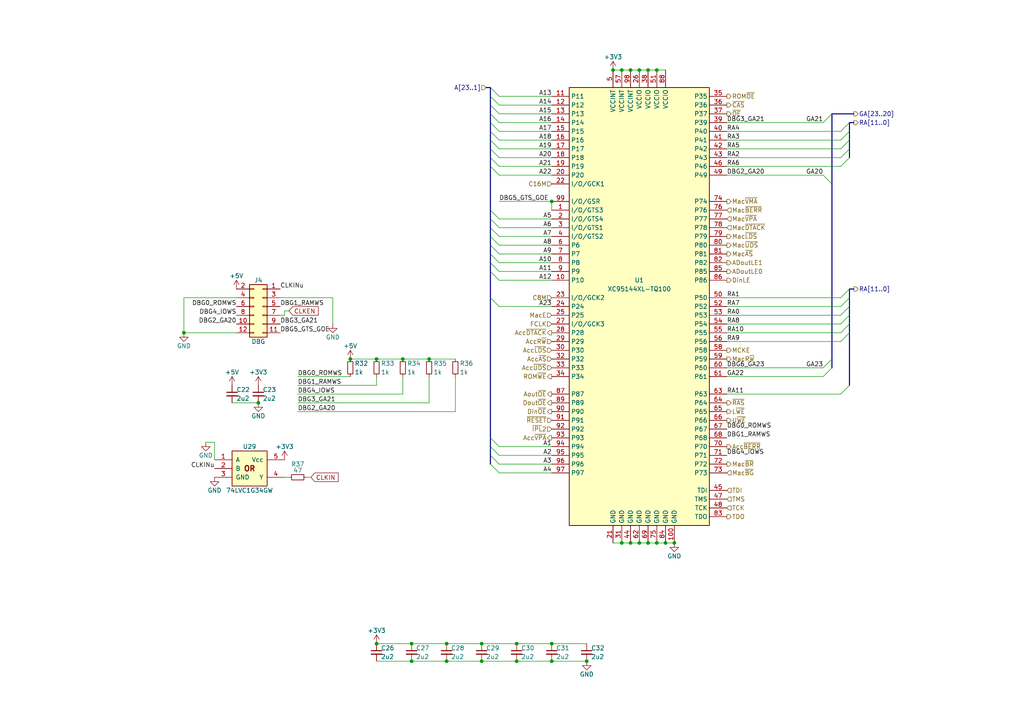
<source format=kicad_sch>
(kicad_sch (version 20231120) (generator "eeschema") (generator_version "8.0")
  (paper "A4")
  (title_block (title "WarpSE (GW4410A)") (date "2024-04-23") (rev "1.0") (company "Garrett's Workshop"))
  (lib_symbols
    (symbol "CPLD_Xilinx:XC95144XL-TQ100"
      (property "Reference" "U" (at -20.32 64.77 0))
      (property "Value" "XC95144XL-TQ100" (at -20.32 -64.77 0))
      (symbol "XC95144XL-TQ100_1_1"
        (rectangle (start -20.32 63.5) (end 20.32 -63.5) (stroke (width 0.254)) (fill (type background)))
        (pin bidirectional line (at -25.4 27.94 0) (length 5.08) (name "I/O/GTS3") (number "1"))
        (pin bidirectional line (at -25.4 7.62 0) (length 5.08) (name "P10") (number "10"))
        (pin power_in line (at 10.16 -68.58 90) (length 5.08) (name "GND") (number "100"))
        (pin bidirectional line (at -25.4 60.96 0) (length 5.08) (name "P11") (number "11"))
        (pin bidirectional line (at -25.4 58.42 0) (length 5.08) (name "P12") (number "12"))
        (pin bidirectional line (at -25.4 55.88 0) (length 5.08) (name "P13") (number "13"))
        (pin bidirectional line (at -25.4 53.34 0) (length 5.08) (name "P14") (number "14"))
        (pin bidirectional line (at -25.4 50.8 0) (length 5.08) (name "P15") (number "15"))
        (pin bidirectional line (at -25.4 48.26 0) (length 5.08) (name "P16") (number "16"))
        (pin bidirectional line (at -25.4 45.72 0) (length 5.08) (name "P17") (number "17"))
        (pin bidirectional line (at -25.4 43.18 0) (length 5.08) (name "P18") (number "18"))
        (pin bidirectional line (at -25.4 40.64 0) (length 5.08) (name "P19") (number "19"))
        (pin bidirectional line (at -25.4 25.4 0) (length 5.08) (name "I/O/GTS4") (number "2"))
        (pin bidirectional line (at -25.4 38.1 0) (length 5.08) (name "P20") (number "20"))
        (pin power_in line (at -7.62 -68.58 90) (length 5.08) (name "GND") (number "21"))
        (pin bidirectional line (at -25.4 35.56 0) (length 5.08) (name "I/O/GCK1") (number "22"))
        (pin bidirectional line (at -25.4 2.54 0) (length 5.08) (name "I/O/GCK2") (number "23"))
        (pin bidirectional line (at -25.4 0 0) (length 5.08) (name "P24") (number "24"))
        (pin bidirectional line (at -25.4 -2.54 0) (length 5.08) (name "P25") (number "25"))
        (pin power_in line (at 0 68.58 270) (length 5.08) (name "VCCIO") (number "26"))
        (pin bidirectional line (at -25.4 -5.08 0) (length 5.08) (name "I/O/GCK3") (number "27"))
        (pin bidirectional line (at -25.4 -7.62 0) (length 5.08) (name "P28") (number "28"))
        (pin bidirectional line (at -25.4 -10.16 0) (length 5.08) (name "P29") (number "29"))
        (pin bidirectional line (at -25.4 22.86 0) (length 5.08) (name "I/O/GTS1") (number "3"))
        (pin bidirectional line (at -25.4 -12.7 0) (length 5.08) (name "P30") (number "30"))
        (pin power_in line (at -5.08 -68.58 90) (length 5.08) (name "GND") (number "31"))
        (pin bidirectional line (at -25.4 -15.24 0) (length 5.08) (name "P32") (number "32"))
        (pin bidirectional line (at -25.4 -17.78 0) (length 5.08) (name "P33") (number "33"))
        (pin bidirectional line (at -25.4 -20.32 0) (length 5.08) (name "P34") (number "34"))
        (pin bidirectional line (at 25.4 60.96 180) (length 5.08) (name "P35") (number "35"))
        (pin bidirectional line (at 25.4 58.42 180) (length 5.08) (name "P36") (number "36"))
        (pin bidirectional line (at 25.4 55.88 180) (length 5.08) (name "P37") (number "37"))
        (pin power_in line (at 2.54 68.58 270) (length 5.08) (name "VCCIO") (number "38"))
        (pin bidirectional line (at 25.4 53.34 180) (length 5.08) (name "P39") (number "39"))
        (pin bidirectional line (at -25.4 20.32 0) (length 5.08) (name "I/O/GTS2") (number "4"))
        (pin bidirectional line (at 25.4 50.8 180) (length 5.08) (name "P40") (number "40"))
        (pin bidirectional line (at 25.4 48.26 180) (length 5.08) (name "P41") (number "41"))
        (pin bidirectional line (at 25.4 45.72 180) (length 5.08) (name "P42") (number "42"))
        (pin bidirectional line (at 25.4 43.18 180) (length 5.08) (name "P43") (number "43"))
        (pin power_in line (at -2.54 -68.58 90) (length 5.08) (name "GND") (number "44"))
        (pin input line (at 25.4 -53.34 180) (length 5.08) (name "TDI") (number "45"))
        (pin bidirectional line (at 25.4 40.64 180) (length 5.08) (name "P46") (number "46"))
        (pin input line (at 25.4 -55.88 180) (length 5.08) (name "TMS") (number "47"))
        (pin input line (at 25.4 -58.42 180) (length 5.08) (name "TCK") (number "48"))
        (pin bidirectional line (at 25.4 38.1 180) (length 5.08) (name "P49") (number "49"))
        (pin power_in line (at -7.62 68.58 270) (length 5.08) (name "VCCINT") (number "5"))
        (pin bidirectional line (at 25.4 2.54 180) (length 5.08) (name "P50") (number "50"))
        (pin power_in line (at 5.08 68.58 270) (length 5.08) (name "VCCIO") (number "51"))
        (pin bidirectional line (at 25.4 0 180) (length 5.08) (name "P52") (number "52"))
        (pin bidirectional line (at 25.4 -2.54 180) (length 5.08) (name "P53") (number "53"))
        (pin bidirectional line (at 25.4 -5.08 180) (length 5.08) (name "P54") (number "54"))
        (pin bidirectional line (at 25.4 -7.62 180) (length 5.08) (name "P55") (number "55"))
        (pin bidirectional line (at 25.4 -10.16 180) (length 5.08) (name "P56") (number "56"))
        (pin power_in line (at -5.08 68.58 270) (length 5.08) (name "VCCINT") (number "57"))
        (pin bidirectional line (at 25.4 -12.7 180) (length 5.08) (name "P58") (number "58"))
        (pin bidirectional line (at 25.4 -15.24 180) (length 5.08) (name "P59") (number "59"))
        (pin bidirectional line (at -25.4 17.78 0) (length 5.08) (name "P6") (number "6"))
        (pin bidirectional line (at 25.4 -17.78 180) (length 5.08) (name "P60") (number "60"))
        (pin bidirectional line (at 25.4 -20.32 180) (length 5.08) (name "P61") (number "61"))
        (pin power_in line (at 0 -68.58 90) (length 5.08) (name "GND") (number "62"))
        (pin bidirectional line (at 25.4 -25.4 180) (length 5.08) (name "P63") (number "63"))
        (pin bidirectional line (at 25.4 -27.94 180) (length 5.08) (name "P64") (number "64"))
        (pin bidirectional line (at 25.4 -30.48 180) (length 5.08) (name "P65") (number "65"))
        (pin bidirectional line (at 25.4 -33.02 180) (length 5.08) (name "P66") (number "66"))
        (pin bidirectional line (at 25.4 -35.56 180) (length 5.08) (name "P67") (number "67"))
        (pin bidirectional line (at 25.4 -38.1 180) (length 5.08) (name "P68") (number "68"))
        (pin power_in line (at 2.54 -68.58 90) (length 5.08) (name "GND") (number "69"))
        (pin bidirectional line (at -25.4 15.24 0) (length 5.08) (name "P7") (number "7"))
        (pin bidirectional line (at 25.4 -40.64 180) (length 5.08) (name "P70") (number "70"))
        (pin bidirectional line (at 25.4 -43.18 180) (length 5.08) (name "P71") (number "71"))
        (pin bidirectional line (at 25.4 -45.72 180) (length 5.08) (name "P72") (number "72"))
        (pin bidirectional line (at 25.4 -48.26 180) (length 5.08) (name "P73") (number "73"))
        (pin bidirectional line (at 25.4 30.48 180) (length 5.08) (name "P74") (number "74"))
        (pin power_in line (at 5.08 -68.58 90) (length 5.08) (name "GND") (number "75"))
        (pin bidirectional line (at 25.4 27.94 180) (length 5.08) (name "P76") (number "76"))
        (pin bidirectional line (at 25.4 25.4 180) (length 5.08) (name "P77") (number "77"))
        (pin bidirectional line (at 25.4 22.86 180) (length 5.08) (name "P78") (number "78"))
        (pin bidirectional line (at 25.4 20.32 180) (length 5.08) (name "P79") (number "79"))
        (pin bidirectional line (at -25.4 12.7 0) (length 5.08) (name "P8") (number "8"))
        (pin bidirectional line (at 25.4 17.78 180) (length 5.08) (name "P80") (number "80"))
        (pin bidirectional line (at 25.4 15.24 180) (length 5.08) (name "P81") (number "81"))
        (pin bidirectional line (at 25.4 12.7 180) (length 5.08) (name "P82") (number "82"))
        (pin output line (at 25.4 -60.96 180) (length 5.08) (name "TDO") (number "83"))
        (pin power_in line (at 7.62 -68.58 90) (length 5.08) (name "GND") (number "84"))
        (pin bidirectional line (at 25.4 10.16 180) (length 5.08) (name "P85") (number "85"))
        (pin bidirectional line (at 25.4 7.62 180) (length 5.08) (name "P86") (number "86"))
        (pin bidirectional line (at -25.4 -25.4 0) (length 5.08) (name "P87") (number "87"))
        (pin power_in line (at 7.62 68.58 270) (length 5.08) (name "VCCIO") (number "88"))
        (pin bidirectional line (at -25.4 -27.94 0) (length 5.08) (name "P89") (number "89"))
        (pin bidirectional line (at -25.4 10.16 0) (length 5.08) (name "P9") (number "9"))
        (pin bidirectional line (at -25.4 -30.48 0) (length 5.08) (name "P90") (number "90"))
        (pin bidirectional line (at -25.4 -33.02 0) (length 5.08) (name "P91") (number "91"))
        (pin bidirectional line (at -25.4 -35.56 0) (length 5.08) (name "P92") (number "92"))
        (pin bidirectional line (at -25.4 -38.1 0) (length 5.08) (name "P93") (number "93"))
        (pin bidirectional line (at -25.4 -40.64 0) (length 5.08) (name "P94") (number "94"))
        (pin bidirectional line (at -25.4 -43.18 0) (length 5.08) (name "P95") (number "95"))
        (pin bidirectional line (at -25.4 -45.72 0) (length 5.08) (name "P96") (number "96"))
        (pin bidirectional line (at -25.4 -48.26 0) (length 5.08) (name "P97") (number "97"))
        (pin power_in line (at -2.54 68.58 270) (length 5.08) (name "VCCINT") (number "98"))
        (pin bidirectional line (at -25.4 30.48 0) (length 5.08) (name "I/O/GSR") (number "99"))
      )
    )
    (symbol "Connector_Generic:Conn_02x06_Odd_Even" (pin_names (offset 1.016) hide)
      (property "Reference" "J" (at 1.27 7.62 0))
      (property "Value" "Conn_02x06_Odd_Even" (at 1.27 -10.16 0))
      (symbol "Conn_02x06_Odd_Even_1_1"
        (rectangle (start -1.27 -7.493) (end 0 -7.747) (stroke (width 0.1524)))
        (rectangle (start -1.27 -4.953) (end 0 -5.207) (stroke (width 0.1524)))
        (rectangle (start -1.27 -2.413) (end 0 -2.667) (stroke (width 0.1524)))
        (rectangle (start -1.27 0.127) (end 0 -0.127) (stroke (width 0.1524)))
        (rectangle (start -1.27 2.667) (end 0 2.413) (stroke (width 0.1524)))
        (rectangle (start -1.27 5.207) (end 0 4.953) (stroke (width 0.1524)))
        (rectangle (start -1.27 6.35) (end 3.81 -8.89) (stroke (width 0.254)) (fill (type background)))
        (rectangle (start 3.81 -7.493) (end 2.54 -7.747) (stroke (width 0.1524)))
        (rectangle (start 3.81 -4.953) (end 2.54 -5.207) (stroke (width 0.1524)))
        (rectangle (start 3.81 -2.413) (end 2.54 -2.667) (stroke (width 0.1524)))
        (rectangle (start 3.81 0.127) (end 2.54 -0.127) (stroke (width 0.1524)))
        (rectangle (start 3.81 2.667) (end 2.54 2.413) (stroke (width 0.1524)))
        (rectangle (start 3.81 5.207) (end 2.54 4.953) (stroke (width 0.1524)))
        (pin passive line (at -5.08 5.08 0) (length 3.81) (name "Pin_1") (number "1"))
        (pin passive line (at 7.62 -5.08 180) (length 3.81) (name "Pin_10") (number "10"))
        (pin passive line (at -5.08 -7.62 0) (length 3.81) (name "Pin_11") (number "11"))
        (pin passive line (at 7.62 -7.62 180) (length 3.81) (name "Pin_12") (number "12"))
        (pin passive line (at 7.62 5.08 180) (length 3.81) (name "Pin_2") (number "2"))
        (pin passive line (at -5.08 2.54 0) (length 3.81) (name "Pin_3") (number "3"))
        (pin passive line (at 7.62 2.54 180) (length 3.81) (name "Pin_4") (number "4"))
        (pin passive line (at -5.08 0 0) (length 3.81) (name "Pin_5") (number "5"))
        (pin passive line (at 7.62 0 180) (length 3.81) (name "Pin_6") (number "6"))
        (pin passive line (at -5.08 -2.54 0) (length 3.81) (name "Pin_7") (number "7"))
        (pin passive line (at 7.62 -2.54 180) (length 3.81) (name "Pin_8") (number "8"))
        (pin passive line (at -5.08 -5.08 0) (length 3.81) (name "Pin_9") (number "9"))
      )
    )
    (symbol "Device:C_Small" (pin_numbers hide) (pin_names (offset 0.254) hide)
      (property "Reference" "C" (at 0.254 1.778 0))
      (property "Value" "C_Small" (at 0.254 -2.032 0))
      (symbol "C_Small_0_1"
        (polyline (pts (xy -1.524 -0.508) (xy 1.524 -0.508)) (stroke (width 0.3302)))
        (polyline (pts (xy -1.524 0.508) (xy 1.524 0.508)) (stroke (width 0.3048)))
      )
      (symbol "C_Small_1_1"
        (pin passive line (at 0 2.54 270) (length 2.032) (name "~") (number "1"))
        (pin passive line (at 0 -2.54 90) (length 2.032) (name "~") (number "2"))
      )
    )
    (symbol "Device:R_Small" (pin_numbers hide) (pin_names (offset 0.254) hide)
      (property "Reference" "R" (at 0.762 0.508 0))
      (property "Value" "R_Small" (at 0.762 -1.016 0))
      (symbol "R_Small_0_1"
        (rectangle (start -0.762 1.778) (end 0.762 -1.778) (stroke (width 0.2032)))
      )
      (symbol "R_Small_1_1"
        (pin passive line (at 0 2.54 270) (length 0.762) (name "~") (number "1"))
        (pin passive line (at 0 -2.54 90) (length 0.762) (name "~") (number "2"))
      )
    )
    (symbol "GW_Logic:741G32GW" (pin_names (offset 1.016))
      (property "Reference" "U" (at 0 6.35 0))
      (property "Value" "741G32GW" (at 0 -6.35 0))
      (symbol "741G32GW_0_1"
        (rectangle (start -5.08 5.08) (end 5.08 -5.08) (stroke (width 0.254)) (fill (type background)))
      )
      (symbol "741G32GW_1_1"
        (text "OR" (at 0 0 0) (effects (font (size 1.524 1.524) (bold yes))))
        (pin input line (at -10.16 2.54 0) (length 5.08) (name "A") (number "1"))
        (pin input line (at -10.16 0 0) (length 5.08) (name "B") (number "2"))
        (pin power_in line (at -10.16 -2.54 0) (length 5.08) (name "GND") (number "3"))
        (pin output line (at 10.16 -2.54 180) (length 5.08) (name "Y") (number "4"))
        (pin power_in line (at 10.16 2.54 180) (length 5.08) (name "Vcc") (number "5"))
      )
    )
    (symbol "power:+3V3" (power) (pin_names (offset 0))
      (property "Value" "+3V3" (at 0 3.556 0))
      (symbol "+3V3_0_1"
        (polyline (pts (xy -0.762 1.27) (xy 0 2.54)))
        (polyline (pts (xy 0 0) (xy 0 2.54)))
        (polyline (pts (xy 0 2.54) (xy 0.762 1.27)))
      )
      (symbol "+3V3_1_1"
        (pin power_in line (at 0 0 90) (length 0) hide (name "+3V3") (number "1"))
      )
    )
    (symbol "power:+5V" (power) (pin_names (offset 0))
      (property "Value" "+5V" (at 0 3.556 0))
      (symbol "+5V_0_1"
        (polyline (pts (xy -0.762 1.27) (xy 0 2.54)))
        (polyline (pts (xy 0 0) (xy 0 2.54)))
        (polyline (pts (xy 0 2.54) (xy 0.762 1.27)))
      )
      (symbol "+5V_1_1"
        (pin power_in line (at 0 0 90) (length 0) hide (name "+5V") (number "1"))
      )
    )
    (symbol "power:GND" (power) (pin_names (offset 0))
      (property "Value" "GND" (at 0 -3.81 0))
      (symbol "GND_0_1"
        (polyline (pts (xy 0 0) (xy 0 -1.27) (xy 1.27 -1.27) (xy 0 -2.54) (xy -1.27 -1.27) (xy 0 -1.27)))
      )
      (symbol "GND_1_1"
        (pin power_in line (at 0 0 270) (length 0) hide (name "GND") (number "1"))
      )
    )
  )
  (junction (at 74.93 116.84))
  (junction (at 116.84 104.14))
  (junction (at 119.38 191.77))
  (junction (at 193.04 157.48))
  (junction (at 129.54 191.77))
  (junction (at 180.34 157.48))
  (junction (at 177.8 20.32))
  (junction (at 139.7 191.77))
  (junction (at 139.7 186.69))
  (junction (at 187.96 157.48))
  (junction (at 101.6 104.14))
  (junction (at 182.88 157.48))
  (junction (at 119.38 186.69))
  (junction (at 185.42 20.32))
  (junction (at 160.02 186.69))
  (junction (at 160.02 58.42))
  (junction (at 109.22 104.14))
  (junction (at 182.88 20.32))
  (junction (at 124.46 104.14))
  (junction (at 109.22 186.69))
  (junction (at 195.58 157.48))
  (junction (at 187.96 20.32))
  (junction (at 180.34 20.32))
  (junction (at 149.86 191.77))
  (junction (at 190.5 157.48))
  (junction (at 149.86 186.69))
  (junction (at 185.42 157.48))
  (junction (at 170.18 191.77))
  (junction (at 160.02 191.77))
  (junction (at 129.54 186.69))
  (junction (at 190.5 20.32))
  (junction (at 53.34 96.52))
  (bus_entry (at 142.24 63.5) (size 2.54 2.54))
  (bus_entry (at 142.24 129.54) (size 2.54 2.54))
  (bus_entry (at 142.24 71.12) (size 2.54 2.54))
  (bus_entry (at 142.24 27.94) (size 2.54 2.54))
  (bus_entry (at 142.24 35.56) (size 2.54 2.54))
  (bus_entry (at 238.76 35.56) (size 2.54 -2.54))
  (bus_entry (at 246.38 93.98) (size -2.54 2.54))
  (bus_entry (at 246.38 43.18) (size -2.54 2.54))
  (bus_entry (at 142.24 25.4) (size 2.54 2.54))
  (bus_entry (at 142.24 30.48) (size 2.54 2.54))
  (bus_entry (at 142.24 45.72) (size 2.54 2.54))
  (bus_entry (at 246.38 96.52) (size -2.54 2.54))
  (bus_entry (at 142.24 48.26) (size 2.54 2.54))
  (bus_entry (at 246.38 45.72) (size -2.54 2.54))
  (bus_entry (at 241.3 53.34) (size -2.54 -2.54))
  (bus_entry (at 246.38 88.9) (size -2.54 2.54))
  (bus_entry (at 142.24 73.66) (size 2.54 2.54))
  (bus_entry (at 246.38 83.82) (size -2.54 2.54))
  (bus_entry (at 246.38 38.1) (size -2.54 2.54))
  (bus_entry (at 246.38 35.56) (size -2.54 2.54))
  (bus_entry (at 142.24 86.36) (size 2.54 2.54))
  (bus_entry (at 142.24 127) (size 2.54 2.54))
  (bus_entry (at 142.24 78.74) (size 2.54 2.54))
  (bus_entry (at 142.24 76.2) (size 2.54 2.54))
  (bus_entry (at 142.24 68.58) (size 2.54 2.54))
  (bus_entry (at 142.24 33.02) (size 2.54 2.54))
  (bus_entry (at 142.24 40.64) (size 2.54 2.54))
  (bus_entry (at 246.38 40.64) (size -2.54 2.54))
  (bus_entry (at 142.24 132.08) (size 2.54 2.54))
  (bus_entry (at 142.24 38.1) (size 2.54 2.54))
  (bus_entry (at 246.38 91.44) (size -2.54 2.54))
  (bus_entry (at 241.3 106.68) (size -2.54 2.54))
  (bus_entry (at 142.24 134.62) (size 2.54 2.54))
  (bus_entry (at 142.24 60.96) (size 2.54 2.54))
  (bus_entry (at 246.38 111.76) (size -2.54 2.54))
  (bus_entry (at 246.38 86.36) (size -2.54 2.54))
  (bus_entry (at 241.3 104.14) (size -2.54 2.54))
  (bus_entry (at 142.24 66.04) (size 2.54 2.54))
  (bus_entry (at 142.24 43.18) (size 2.54 2.54))
  (wire (pts (xy 210.82 93.98) (xy 243.84 93.98)))
  (wire (pts (xy 210.82 43.18) (xy 243.84 43.18)))
  (wire (pts (xy 182.88 20.32) (xy 185.42 20.32)))
  (bus (pts (xy 142.24 127) (xy 142.24 129.54)))
  (bus (pts (xy 142.24 27.94) (xy 142.24 30.48)))
  (bus (pts (xy 142.24 38.1) (xy 142.24 40.64)))
  (wire (pts (xy 160.02 33.02) (xy 144.78 33.02)))
  (wire (pts (xy 160.02 35.56) (xy 144.78 35.56)))
  (wire (pts (xy 185.42 20.32) (xy 187.96 20.32)))
  (wire (pts (xy 83.82 138.43) (xy 82.55 138.43)))
  (wire (pts (xy 86.36 109.22) (xy 101.6 109.22)))
  (wire (pts (xy 160.02 45.72) (xy 144.78 45.72)))
  (bus (pts (xy 142.24 73.66) (xy 142.24 76.2)))
  (wire (pts (xy 109.22 186.69) (xy 119.38 186.69)))
  (bus (pts (xy 246.38 96.52) (xy 246.38 111.76)))
  (wire (pts (xy 160.02 50.8) (xy 144.78 50.8)))
  (wire (pts (xy 86.36 111.76) (xy 109.22 111.76)))
  (wire (pts (xy 109.22 111.76) (xy 109.22 109.22)))
  (wire (pts (xy 160.02 81.28) (xy 144.78 81.28)))
  (wire (pts (xy 160.02 76.2) (xy 144.78 76.2)))
  (wire (pts (xy 109.22 104.14) (xy 116.84 104.14)))
  (wire (pts (xy 119.38 186.69) (xy 129.54 186.69)))
  (bus (pts (xy 142.24 48.26) (xy 142.24 60.96)))
  (bus (pts (xy 142.24 25.4) (xy 140.97 25.4)))
  (wire (pts (xy 210.82 106.68) (xy 238.76 106.68)))
  (bus (pts (xy 142.24 71.12) (xy 142.24 73.66)))
  (wire (pts (xy 160.02 30.48) (xy 144.78 30.48)))
  (wire (pts (xy 210.82 35.56) (xy 238.76 35.56)))
  (wire (pts (xy 160.02 48.26) (xy 144.78 48.26)))
  (bus (pts (xy 246.38 83.82) (xy 246.38 86.36)))
  (wire (pts (xy 160.02 186.69) (xy 170.18 186.69)))
  (bus (pts (xy 142.24 45.72) (xy 142.24 48.26)))
  (bus (pts (xy 142.24 40.64) (xy 142.24 43.18)))
  (wire (pts (xy 160.02 78.74) (xy 144.78 78.74)))
  (wire (pts (xy 210.82 38.1) (xy 243.84 38.1)))
  (bus (pts (xy 246.38 35.56) (xy 246.38 38.1)))
  (wire (pts (xy 144.78 137.16) (xy 160.02 137.16)))
  (bus (pts (xy 246.38 40.64) (xy 246.38 43.18)))
  (bus (pts (xy 241.3 33.02) (xy 247.65 33.02)))
  (bus (pts (xy 241.3 33.02) (xy 241.3 53.34)))
  (wire (pts (xy 116.84 104.14) (xy 124.46 104.14)))
  (bus (pts (xy 142.24 25.4) (xy 142.24 27.94)))
  (wire (pts (xy 139.7 191.77) (xy 149.86 191.77)))
  (bus (pts (xy 246.38 86.36) (xy 246.38 88.9)))
  (wire (pts (xy 53.34 86.36) (xy 53.34 96.52)))
  (wire (pts (xy 160.02 38.1) (xy 144.78 38.1)))
  (wire (pts (xy 86.36 119.38) (xy 132.08 119.38)))
  (wire (pts (xy 243.84 96.52) (xy 210.82 96.52)))
  (bus (pts (xy 142.24 43.18) (xy 142.24 45.72)))
  (bus (pts (xy 142.24 33.02) (xy 142.24 35.56)))
  (bus (pts (xy 246.38 38.1) (xy 246.38 40.64)))
  (wire (pts (xy 160.02 40.64) (xy 144.78 40.64)))
  (wire (pts (xy 187.96 157.48) (xy 185.42 157.48)))
  (wire (pts (xy 210.82 109.22) (xy 238.76 109.22)))
  (bus (pts (xy 142.24 60.96) (xy 142.24 63.5)))
  (wire (pts (xy 160.02 66.04) (xy 144.78 66.04)))
  (wire (pts (xy 210.82 88.9) (xy 243.84 88.9)))
  (wire (pts (xy 210.82 99.06) (xy 243.84 99.06)))
  (wire (pts (xy 129.54 186.69) (xy 139.7 186.69)))
  (wire (pts (xy 53.34 96.52) (xy 68.58 96.52)))
  (wire (pts (xy 210.82 45.72) (xy 243.84 45.72)))
  (wire (pts (xy 160.02 191.77) (xy 170.18 191.77)))
  (wire (pts (xy 160.02 68.58) (xy 144.78 68.58)))
  (wire (pts (xy 139.7 186.69) (xy 149.86 186.69)))
  (wire (pts (xy 82.55 90.17) (xy 83.82 90.17)))
  (wire (pts (xy 210.82 40.64) (xy 243.84 40.64)))
  (bus (pts (xy 142.24 63.5) (xy 142.24 66.04)))
  (wire (pts (xy 82.55 91.44) (xy 82.55 90.17)))
  (wire (pts (xy 53.34 86.36) (xy 68.58 86.36)))
  (bus (pts (xy 142.24 68.58) (xy 142.24 71.12)))
  (wire (pts (xy 149.86 186.69) (xy 160.02 186.69)))
  (wire (pts (xy 101.6 104.14) (xy 109.22 104.14)))
  (bus (pts (xy 241.3 53.34) (xy 241.3 104.14)))
  (wire (pts (xy 210.82 48.26) (xy 243.84 48.26)))
  (wire (pts (xy 149.86 191.77) (xy 160.02 191.77)))
  (wire (pts (xy 90.17 138.43) (xy 88.9 138.43)))
  (wire (pts (xy 59.69 128.27) (xy 62.23 128.27)))
  (bus (pts (xy 142.24 132.08) (xy 142.24 134.62)))
  (bus (pts (xy 142.24 78.74) (xy 142.24 86.36)))
  (bus (pts (xy 142.24 35.56) (xy 142.24 38.1)))
  (wire (pts (xy 185.42 157.48) (xy 182.88 157.48)))
  (wire (pts (xy 193.04 157.48) (xy 190.5 157.48)))
  (wire (pts (xy 160.02 43.18) (xy 144.78 43.18)))
  (wire (pts (xy 86.36 114.3) (xy 116.84 114.3)))
  (wire (pts (xy 144.78 129.54) (xy 160.02 129.54)))
  (wire (pts (xy 119.38 191.77) (xy 129.54 191.77)))
  (wire (pts (xy 160.02 71.12) (xy 144.78 71.12)))
  (wire (pts (xy 81.28 91.44) (xy 82.55 91.44)))
  (wire (pts (xy 109.22 191.77) (xy 119.38 191.77)))
  (wire (pts (xy 210.82 86.36) (xy 243.84 86.36)))
  (bus (pts (xy 246.38 43.18) (xy 246.38 45.72)))
  (bus (pts (xy 246.38 88.9) (xy 246.38 91.44)))
  (bus (pts (xy 142.24 129.54) (xy 142.24 132.08)))
  (bus (pts (xy 142.24 86.36) (xy 142.24 127)))
  (bus (pts (xy 241.3 106.68) (xy 241.3 104.14)))
  (wire (pts (xy 210.82 50.8) (xy 238.76 50.8)))
  (wire (pts (xy 160.02 63.5) (xy 144.78 63.5)))
  (wire (pts (xy 132.08 109.22) (xy 132.08 119.38)))
  (wire (pts (xy 144.78 132.08) (xy 160.02 132.08)))
  (wire (pts (xy 67.31 116.84) (xy 74.93 116.84)))
  (wire (pts (xy 160.02 60.96) (xy 160.02 58.42)))
  (wire (pts (xy 144.78 134.62) (xy 160.02 134.62)))
  (wire (pts (xy 96.52 86.36) (xy 96.52 93.98)))
  (wire (pts (xy 243.84 91.44) (xy 210.82 91.44)))
  (wire (pts (xy 160.02 27.94) (xy 144.78 27.94)))
  (wire (pts (xy 182.88 157.48) (xy 180.34 157.48)))
  (wire (pts (xy 144.78 58.42) (xy 160.02 58.42)))
  (wire (pts (xy 190.5 157.48) (xy 187.96 157.48)))
  (bus (pts (xy 142.24 76.2) (xy 142.24 78.74)))
  (bus (pts (xy 142.24 30.48) (xy 142.24 33.02)))
  (wire (pts (xy 210.82 114.3) (xy 243.84 114.3)))
  (bus (pts (xy 246.38 35.56) (xy 247.65 35.56)))
  (bus (pts (xy 246.38 91.44) (xy 246.38 93.98)))
  (wire (pts (xy 187.96 20.32) (xy 190.5 20.32)))
  (wire (pts (xy 96.52 86.36) (xy 81.28 86.36)))
  (wire (pts (xy 160.02 88.9) (xy 144.78 88.9)))
  (wire (pts (xy 86.36 116.84) (xy 124.46 116.84)))
  (wire (pts (xy 190.5 20.32) (xy 193.04 20.32)))
  (wire (pts (xy 177.8 20.32) (xy 180.34 20.32)))
  (wire (pts (xy 180.34 157.48) (xy 177.8 157.48)))
  (wire (pts (xy 116.84 114.3) (xy 116.84 109.22)))
  (wire (pts (xy 124.46 104.14) (xy 132.08 104.14)))
  (wire (pts (xy 62.23 128.27) (xy 62.23 133.35)))
  (wire (pts (xy 195.58 157.48) (xy 193.04 157.48)))
  (wire (pts (xy 129.54 191.77) (xy 139.7 191.77)))
  (wire (pts (xy 160.02 73.66) (xy 144.78 73.66)))
  (wire (pts (xy 124.46 109.22) (xy 124.46 116.84)))
  (bus (pts (xy 246.38 83.82) (xy 247.65 83.82)))
  (bus (pts (xy 246.38 93.98) (xy 246.38 96.52)))
  (bus (pts (xy 142.24 66.04) (xy 142.24 68.58)))
  (wire (pts (xy 180.34 20.32) (xy 182.88 20.32)))
  (label "DBG3_GA21" (at 210.82 35.56 0))
  (label "RA11" (at 210.82 114.3 0))
  (label "DBG3_GA21" (at 81.28 93.98 0))
  (label "GA21" (at 238.76 35.56 180))
  (label "A8" (at 160.02 71.12 180))
  (label "A23" (at 160.02 88.9 180))
  (label "DBG1_RAMWS" (at 81.28 88.9 0))
  (label "A5" (at 160.02 63.5 180))
  (label "RA2" (at 210.82 45.72 0))
  (label "CLKINu" (at 81.28 83.82 0))
  (label "A15" (at 160.02 33.02 180))
  (label "RA10" (at 210.82 96.52 0))
  (label "DBG2_GA20" (at 68.58 93.98 180))
  (label "GA20" (at 238.76 50.8 180))
  (label "RA1" (at 210.82 86.36 0))
  (label "A17" (at 160.02 38.1 180))
  (label "DBG0_ROMWS" (at 210.82 124.46 0))
  (label "RA4" (at 210.82 38.1 0))
  (label "DBG6_GA23" (at 210.82 106.68 0))
  (label "A16" (at 160.02 35.56 180))
  (label "A7" (at 160.02 68.58 180))
  (label "DBG2_GA20" (at 86.36 119.38 0))
  (label "A10" (at 160.02 76.2 180))
  (label "A9" (at 160.02 73.66 180))
  (label "A21" (at 160.02 48.26 180))
  (label "GA23" (at 238.76 106.68 180))
  (label "RA3" (at 210.82 40.64 0))
  (label "A20" (at 160.02 45.72 180))
  (label "A3" (at 160.02 134.62 180))
  (label "DBG1_RAMWS" (at 210.82 127 0))
  (label "A13" (at 160.02 27.94 180))
  (label "DBG2_GA20" (at 210.82 50.8 0))
  (label "DBG3_GA21" (at 86.36 116.84 0))
  (label "GA22" (at 210.82 109.22 0))
  (label "DBG1_RAMWS" (at 86.36 111.76 0))
  (label "A22" (at 160.02 50.8 180))
  (label "RA6" (at 210.82 48.26 0))
  (label "A14" (at 160.02 30.48 180))
  (label "RA7" (at 210.82 88.9 0))
  (label "A11" (at 160.02 78.74 180))
  (label "DBG0_ROMWS" (at 68.58 88.9 180))
  (label "DBG5_GTS_GOE" (at 81.28 96.52 0))
  (label "A18" (at 160.02 40.64 180))
  (label "A6" (at 160.02 66.04 180))
  (label "RA0" (at 210.82 91.44 0))
  (label "CLKINu" (at 62.23 135.89 180))
  (label "DBG5_GTS_GOE" (at 144.78 58.42 0))
  (label "RA8" (at 210.82 93.98 0))
  (label "RA9" (at 210.82 99.06 0))
  (label "DBG4_IOWS" (at 86.36 114.3 0))
  (label "DBG4_IOWS" (at 210.82 132.08 0))
  (label "A1" (at 160.02 129.54 180))
  (label "A4" (at 160.02 137.16 180))
  (label "A2" (at 160.02 132.08 180))
  (label "DBG0_ROMWS" (at 86.36 109.22 0))
  (label "A12" (at 160.02 81.28 180))
  (label "DBG4_IOWS" (at 68.58 91.44 180))
  (label "A19" (at 160.02 43.18 180))
  (label "RA5" (at 210.82 43.18 0))
  (global_label "CLKEN" (shape input) (at 83.82 90.17 0) (property "Intersheetrefs" "${INTERSHEET_REFS}" (effects (hide yes))))
  (global_label "CLKIN" (shape input) (at 90.17 138.43 0) (property "Intersheetrefs" "${INTERSHEET_REFS}" (effects (hide yes))))
  (hierarchical_label "A[23..1]" (shape input) (at 140.97 25.4 180))
  (hierarchical_label "Dout~{OE}" (shape output) (at 160.02 116.84 180))
  (hierarchical_label "AccR~{W}" (shape input) (at 160.02 99.06 180))
  (hierarchical_label "TCK" (shape input) (at 210.82 147.32 0))
  (hierarchical_label "ROM~{WE}" (shape output) (at 160.02 109.22 180))
  (hierarchical_label "~{RAS}" (shape output) (at 210.82 116.84 0))
  (hierarchical_label "Mac~{BG}" (shape input) (at 210.82 137.16 0))
  (hierarchical_label "Acc~{UDS}" (shape input) (at 160.02 106.68 180))
  (hierarchical_label "MacR~{W}" (shape output) (at 210.82 104.14 0))
  (hierarchical_label "Din~{OE}" (shape output) (at 160.02 119.38 180))
  (hierarchical_label "L~{WE}" (shape output) (at 210.82 119.38 0))
  (hierarchical_label "TDO" (shape output) (at 210.82 149.86 0))
  (hierarchical_label "Mac~{DTACK}" (shape input) (at 210.82 66.04 0))
  (hierarchical_label "TDI" (shape input) (at 210.82 142.24 0))
  (hierarchical_label "Mac~{VMA}" (shape output) (at 210.82 58.42 0))
  (hierarchical_label "~{OE}" (shape output) (at 210.82 33.02 0))
  (hierarchical_label "ADoutLE1" (shape output) (at 210.82 76.2 0))
  (hierarchical_label "Mac~{UDS}" (shape output) (at 210.82 71.12 0))
  (hierarchical_label "ADoutLE0" (shape output) (at 210.82 78.74 0))
  (hierarchical_label "Acc~{AS}" (shape input) (at 160.02 104.14 180))
  (hierarchical_label "Acc~{VPA}" (shape output) (at 160.02 127 180))
  (hierarchical_label "DinLE" (shape output) (at 210.82 81.28 0))
  (hierarchical_label "C8M" (shape input) (at 160.02 86.36 180))
  (hierarchical_label "MCKE" (shape output) (at 210.82 101.6 0))
  (hierarchical_label "ROM~{OE}" (shape output) (at 210.82 27.94 0))
  (hierarchical_label "TMS" (shape input) (at 210.82 144.78 0))
  (hierarchical_label "~{IPL}2" (shape input) (at 160.02 124.46 180))
  (hierarchical_label "GA[23..20]" (shape output) (at 247.65 33.02 0))
  (hierarchical_label "Mac~{BERR}" (shape input) (at 210.82 60.96 0))
  (hierarchical_label "Acc~{LDS}" (shape input) (at 160.02 101.6 180))
  (hierarchical_label "Acc~{DTACK}" (shape output) (at 160.02 96.52 180))
  (hierarchical_label "C16M" (shape input) (at 160.02 53.34 180))
  (hierarchical_label "FCLK" (shape input) (at 160.02 93.98 180))
  (hierarchical_label "Mac~{VPA}" (shape input) (at 210.82 63.5 0))
  (hierarchical_label "MacE" (shape input) (at 160.02 91.44 180))
  (hierarchical_label "Mac~{BR}" (shape output) (at 210.82 134.62 0))
  (hierarchical_label "Mac~{AS}" (shape output) (at 210.82 73.66 0))
  (hierarchical_label "~{CAS}" (shape output) (at 210.82 30.48 0))
  (hierarchical_label "Aout~{OE}" (shape output) (at 160.02 114.3 180))
  (hierarchical_label "RA[11..0]" (shape output) (at 247.65 35.56 0))
  (hierarchical_label "Acc~{BERR}" (shape output) (at 210.82 129.54 0))
  (hierarchical_label "~{RESET}" (shape input) (at 160.02 121.92 180))
  (hierarchical_label "U~{WE}" (shape output) (at 210.82 121.92 0))
  (hierarchical_label "RA[11..0]" (shape output) (at 247.65 83.82 0))
  (hierarchical_label "Mac~{LDS}" (shape output) (at 210.82 68.58 0))
  (symbol (lib_id "Device:C_Small") (at 119.38 189.23 0) (unit 1)
    (property "Reference" "C27" (at 120.65 187.96 0) (effects (justify left)))
    (property "Value" "2u2" (at 120.65 190.5 0) (effects (justify left)))
    (property "Footprint" "stdpads:C_0603" (effects (hide yes)))
    (property "LCSC Part" "C23630" (effects (hide yes)))
  )
  (symbol (lib_id "Device:C_Small") (at 129.54 189.23 0) (unit 1)
    (property "Reference" "C28" (at 130.81 187.96 0) (effects (justify left)))
    (property "Value" "2u2" (at 130.81 190.5 0) (effects (justify left)))
    (property "Footprint" "stdpads:C_0603" (effects (hide yes)))
    (property "LCSC Part" "C23630" (effects (hide yes)))
  )
  (symbol (lib_id "Device:C_Small") (at 139.7 189.23 0) (unit 1)
    (property "Reference" "C29" (at 140.97 187.96 0) (effects (justify left)))
    (property "Value" "2u2" (at 140.97 190.5 0) (effects (justify left)))
    (property "Footprint" "stdpads:C_0603" (effects (hide yes)))
    (property "LCSC Part" "C23630" (effects (hide yes)))
  )
  (symbol (lib_id "power:+3V3") (at 109.22 186.69 0) (unit 1)
    (property "Reference" "#PWR0158" (effects (hide yes)))
    (property "Value" "+3V3" (at 109.22 182.88 0))
  )
  (symbol (lib_id "Device:C_Small") (at 109.22 189.23 0) (unit 1)
    (property "Reference" "C26" (at 110.49 187.96 0) (effects (justify left)))
    (property "Value" "2u2" (at 110.49 190.5 0) (effects (justify left)))
    (property "Footprint" "stdpads:C_0603" (effects (hide yes)))
    (property "LCSC Part" "C23630" (effects (hide yes)))
  )
  (symbol (lib_id "Device:C_Small") (at 160.02 189.23 0) (unit 1)
    (property "Reference" "C31" (at 161.29 187.96 0) (effects (justify left)))
    (property "Value" "2u2" (at 161.29 190.5 0) (effects (justify left)))
    (property "Footprint" "stdpads:C_0603" (effects (hide yes)))
    (property "LCSC Part" "C23630" (effects (hide yes)))
  )
  (symbol (lib_id "Device:C_Small") (at 149.86 189.23 0) (unit 1)
    (property "Reference" "C30" (at 151.13 187.96 0) (effects (justify left)))
    (property "Value" "2u2" (at 151.13 190.5 0) (effects (justify left)))
    (property "Footprint" "stdpads:C_0603" (effects (hide yes)))
    (property "LCSC Part" "C23630" (effects (hide yes)))
  )
  (symbol (lib_id "power:GND") (at 170.18 191.77 0) (mirror y) (unit 1)
    (property "Reference" "#PWR0159" (effects (hide yes)))
    (property "Value" "GND" (at 170.18 195.58 0))
  )
  (symbol (lib_id "Device:C_Small") (at 170.18 189.23 0) (unit 1)
    (property "Reference" "C32" (at 171.45 187.96 0) (effects (justify left)))
    (property "Value" "2u2" (at 171.45 190.5 0) (effects (justify left)))
    (property "Footprint" "stdpads:C_0603" (effects (hide yes)))
    (property "LCSC Part" "C23630" (effects (hide yes)))
  )
  (symbol (lib_id "power:+3V3") (at 177.8 20.32 0) (unit 1)
    (property "Reference" "#PWR0160" (effects (hide yes)))
    (property "Value" "+3V3" (at 177.8 16.51 0))
  )
  (symbol (lib_id "power:GND") (at 195.58 157.48 0) (unit 1)
    (property "Reference" "#PWR0161" (effects (hide yes)))
    (property "Value" "GND" (at 195.58 161.29 0))
  )
  (symbol (lib_id "CPLD_Xilinx:XC95144XL-TQ100") (at 185.42 88.9 0) (unit 1)
    (property "Reference" "U1" (at 185.42 81.28 0))
    (property "Value" "XC95144XL-TQ100" (at 185.42 83.82 0))
    (property "Footprint" "stdpads:TQFP-100_14x14mm_P0.5mm" (effects (hide yes)))
    (property "LCSC Part" "C45126" (effects (hide yes)))
  )
  (symbol (lib_id "power:+5V") (at 67.31 111.76 0) (unit 1)
    (property "Reference" "#PWR027" (effects (hide yes)))
    (property "Value" "+5V" (at 67.31 107.95 0))
  )
  (symbol (lib_id "power:GND") (at 62.23 138.43 0) (unit 1)
    (property "Reference" "#PWR044" (effects (hide yes)))
    (property "Value" "GND" (at 62.23 142.24 0))
  )
  (symbol (lib_id "Device:R_Small") (at 86.36 138.43 270) (unit 1)
    (property "Reference" "R37" (at 86.36 134.62 90))
    (property "Value" "47" (at 86.36 137.16 90) (effects (justify bottom)))
    (property "Footprint" "stdpads:R_0603" (effects (hide yes)))
    (property "LCSC Part" "C23182" (effects (hide yes)))
  )
  (symbol (lib_id "power:+3V3") (at 82.55 133.35 0) (unit 1)
    (property "Reference" "#PWR046" (effects (hide yes)))
    (property "Value" "+3V3" (at 82.55 129.54 0))
  )
  (symbol (lib_id "Device:R_Small") (at 124.46 106.68 180) (unit 1)
    (property "Reference" "R35" (at 125.73 105.41 0) (effects (justify right)))
    (property "Value" "1k" (at 125.73 107.95 0) (effects (justify right)))
    (property "Footprint" "stdpads:R_0603" (effects (hide yes)))
    (property "LCSC Part" "C21190" (effects (hide yes)))
  )
  (symbol (lib_id "Device:R_Small") (at 101.6 106.68 180) (unit 1)
    (property "Reference" "R32" (at 102.87 105.41 0) (effects (justify right)))
    (property "Value" "1k" (at 102.87 107.95 0) (effects (justify right)))
    (property "Footprint" "stdpads:R_0603" (effects (hide yes)))
    (property "LCSC Part" "C21190" (effects (hide yes)))
  )
  (symbol (lib_id "GW_Logic:741G32GW") (at 72.39 135.89 0) (unit 1)
    (property "Reference" "U29" (at 72.39 129.54 0))
    (property "Value" "74LVC1G34GW" (at 72.39 142.24 0))
    (property "Footprint" "stdpads:SOT-353" (effects (hide yes)))
    (property "LCSC Part" "C455045" (effects (hide yes)))
  )
  (symbol (lib_id "power:+5V") (at 68.58 83.82 0) (unit 1)
    (property "Reference" "#PWR07" (effects (hide yes)))
    (property "Value" "+5V" (at 68.58 80.01 0))
  )
  (symbol (lib_id "power:GND") (at 96.52 93.98 0) (mirror y) (unit 1)
    (property "Reference" "#PWR026" (effects (hide yes)))
    (property "Value" "GND" (at 96.52 97.79 0))
  )
  (symbol (lib_id "power:GND") (at 59.69 128.27 0) (unit 1)
    (property "Reference" "#PWR047" (effects (hide yes)))
    (property "Value" "GND" (at 59.69 132.08 0))
  )
  (symbol (lib_id "Device:C_Small") (at 67.31 114.3 0) (unit 1)
    (property "Reference" "C22" (at 68.58 113.03 0) (effects (justify left)))
    (property "Value" "2u2" (at 68.58 115.57 0) (effects (justify left)))
    (property "Footprint" "stdpads:C_0603" (effects (hide yes)))
    (property "LCSC Part" "C23630" (effects (hide yes)))
  )
  (symbol (lib_id "Device:C_Small") (at 74.93 114.3 0) (unit 1)
    (property "Reference" "C23" (at 76.2 113.03 0) (effects (justify left)))
    (property "Value" "2u2" (at 76.2 115.57 0) (effects (justify left)))
    (property "Footprint" "stdpads:C_0603" (effects (hide yes)))
    (property "LCSC Part" "C23630" (effects (hide yes)))
  )
  (symbol (lib_id "power:GND") (at 74.93 116.84 0) (mirror y) (unit 1)
    (property "Reference" "#PWR045" (effects (hide yes)))
    (property "Value" "GND" (at 74.93 120.65 0))
  )
  (symbol (lib_id "power:GND") (at 53.34 96.52 0) (unit 1)
    (property "Reference" "#PWR024" (effects (hide yes)))
    (property "Value" "GND" (at 53.34 100.33 0))
  )
  (symbol (lib_id "Device:R_Small") (at 116.84 106.68 180) (unit 1)
    (property "Reference" "R34" (at 118.11 105.41 0) (effects (justify right)))
    (property "Value" "1k" (at 118.11 107.95 0) (effects (justify right)))
    (property "Footprint" "stdpads:R_0603" (effects (hide yes)))
    (property "LCSC Part" "C21190" (effects (hide yes)))
  )
  (symbol (lib_id "power:+5V") (at 101.6 104.14 0) (unit 1)
    (property "Reference" "#PWR08" (effects (hide yes)))
    (property "Value" "+5V" (at 101.6 100.33 0))
  )
  (symbol (lib_id "Device:R_Small") (at 109.22 106.68 180) (unit 1)
    (property "Reference" "R33" (at 110.49 105.41 0) (effects (justify right)))
    (property "Value" "1k" (at 110.49 107.95 0) (effects (justify right)))
    (property "Footprint" "stdpads:R_0603" (effects (hide yes)))
    (property "LCSC Part" "C21190" (effects (hide yes)))
  )
  (symbol (lib_id "power:+3V3") (at 74.93 111.76 0) (unit 1)
    (property "Reference" "#PWR043" (effects (hide yes)))
    (property "Value" "+3V3" (at 74.93 107.95 0))
  )
  (symbol (lib_id "Device:R_Small") (at 132.08 106.68 180) (unit 1)
    (property "Reference" "R36" (at 133.35 105.41 0) (effects (justify right)))
    (property "Value" "1k" (at 133.35 107.95 0) (effects (justify right)))
    (property "Footprint" "stdpads:R_0603" (effects (hide yes)))
    (property "LCSC Part" "C21190" (effects (hide yes)))
  )
  (symbol (lib_id "Connector_Generic:Conn_02x06_Odd_Even") (at 76.2 88.9 0) (mirror y) (unit 1)
    (property "Reference" "J4" (at 74.93 81.28 0))
    (property "Value" "DBG" (at 74.93 99.06 0))
    (property "Footprint" "stdpads:PinSocket_2x06_P2.54mm_Vertical" (effects (hide yes)))
    (property "Description" "Generic connector, double row, 02x06, odd/even pin numbering scheme (row 1 odd numbers, row 2 even numbers), script generated (kicad-library-utils/schlib/autogen/connector/)" (effects (hide yes)))
  )
)
</source>
